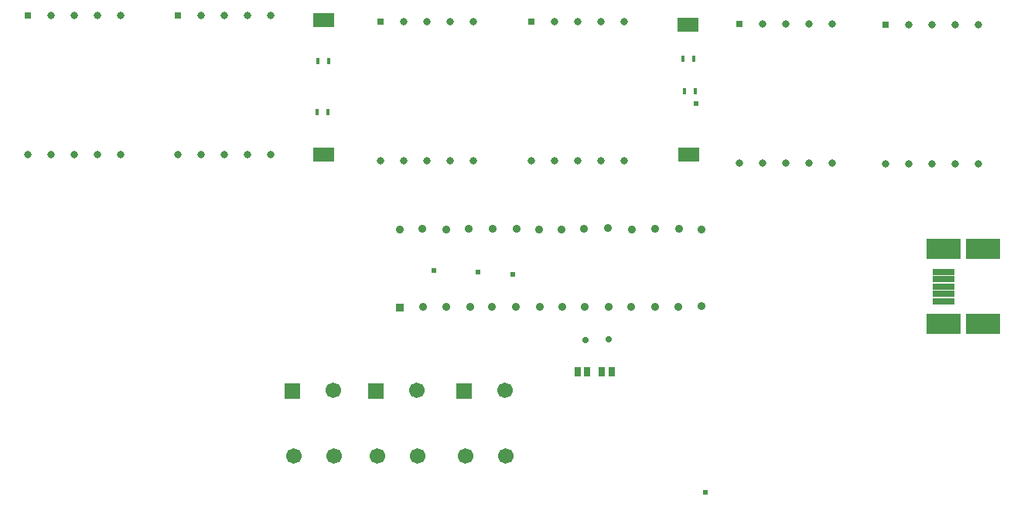
<source format=gts>
G04*
G04 #@! TF.GenerationSoftware,Altium Limited,Altium Designer,21.0.9 (235)*
G04*
G04 Layer_Color=8388736*
%FSLAX25Y25*%
%MOIN*%
G70*
G04*
G04 #@! TF.SameCoordinates,50ADF09E-C92B-48F0-A8A5-EF6B86B84264*
G04*
G04*
G04 #@! TF.FilePolarity,Negative*
G04*
G01*
G75*
%ADD21R,0.09658X0.02769*%
%ADD22R,0.14580X0.08871*%
%ADD23R,0.01824X0.03162*%
%ADD24R,0.04737X0.06115*%
%ADD25R,0.02769X0.04343*%
%ADD26C,0.06698*%
%ADD27R,0.06698X0.06698*%
%ADD28C,0.03162*%
%ADD29R,0.03162X0.03162*%
%ADD30C,0.03556*%
%ADD31R,0.03556X0.03556*%
%ADD32C,0.02769*%
%ADD33C,0.02375*%
D21*
X517571Y363441D02*
D03*
Y360291D02*
D03*
Y357142D02*
D03*
Y353992D02*
D03*
Y350842D02*
D03*
D22*
X534500Y341000D02*
D03*
X517571Y341000D02*
D03*
X534500Y373284D02*
D03*
X517571D02*
D03*
D23*
X406000Y441500D02*
D03*
X410724D02*
D03*
X410059Y455295D02*
D03*
X405335D02*
D03*
X252559Y454295D02*
D03*
X247835D02*
D03*
X252224Y432500D02*
D03*
X247500D02*
D03*
D24*
X405669Y414000D02*
D03*
X410000D02*
D03*
X405335Y470000D02*
D03*
X409665D02*
D03*
X252500Y472000D02*
D03*
X248169D02*
D03*
X252665Y414000D02*
D03*
X248335D02*
D03*
D25*
X364000Y320500D02*
D03*
X359866D02*
D03*
X370366D02*
D03*
X374500D02*
D03*
D26*
X291000Y284000D02*
D03*
X290500Y312500D02*
D03*
X273500Y284000D02*
D03*
X329000D02*
D03*
X328500Y312500D02*
D03*
X311500Y284000D02*
D03*
X237500D02*
D03*
X254500Y312500D02*
D03*
X255000Y284000D02*
D03*
D27*
X273000Y312000D02*
D03*
X311000D02*
D03*
X237000D02*
D03*
D28*
X522500Y410000D02*
D03*
X512500D02*
D03*
X502500D02*
D03*
X492500D02*
D03*
X532500Y470000D02*
D03*
X522500D02*
D03*
X512500D02*
D03*
X532500Y410000D02*
D03*
X502539Y470000D02*
D03*
X439539Y470500D02*
D03*
X469500Y410500D02*
D03*
X449500Y470500D02*
D03*
X459500D02*
D03*
X469500D02*
D03*
X429500Y410500D02*
D03*
X439500D02*
D03*
X449500D02*
D03*
X459500D02*
D03*
X350039Y471500D02*
D03*
X380000Y411500D02*
D03*
X360000Y471500D02*
D03*
X370000D02*
D03*
X380000D02*
D03*
X340000Y411500D02*
D03*
X350000D02*
D03*
X360000D02*
D03*
X370000D02*
D03*
X217500Y414000D02*
D03*
X207500D02*
D03*
X197500D02*
D03*
X187500D02*
D03*
X227500Y474000D02*
D03*
X217500D02*
D03*
X207500D02*
D03*
X227500Y414000D02*
D03*
X197539Y474000D02*
D03*
X153000Y414000D02*
D03*
X143000D02*
D03*
X133000D02*
D03*
X123000D02*
D03*
X163000Y474000D02*
D03*
X153000D02*
D03*
X143000D02*
D03*
X163000Y414000D02*
D03*
X133039Y474000D02*
D03*
X305000Y411500D02*
D03*
X295000D02*
D03*
X285000D02*
D03*
X275000D02*
D03*
X315000Y471500D02*
D03*
X305000D02*
D03*
X295000D02*
D03*
X315000Y411500D02*
D03*
X285039Y471500D02*
D03*
D29*
X492500Y470000D02*
D03*
X429500Y470500D02*
D03*
X340000Y471500D02*
D03*
X187500Y474000D02*
D03*
X123000D02*
D03*
X275000Y471500D02*
D03*
D30*
X293008Y381965D02*
D03*
X283165Y381748D02*
D03*
X413087Y348697D02*
D03*
X403342Y348500D02*
D03*
X393402Y348598D02*
D03*
X383067Y348500D02*
D03*
X373323Y348598D02*
D03*
X362772Y348402D02*
D03*
X353343D02*
D03*
X343500Y348500D02*
D03*
X322929Y348303D02*
D03*
X313480Y348500D02*
D03*
X303244Y348402D02*
D03*
X293106Y348303D02*
D03*
X333165Y348598D02*
D03*
X413185Y381866D02*
D03*
X403441Y382161D02*
D03*
X393402Y381965D02*
D03*
X383165Y381669D02*
D03*
X372929Y382358D02*
D03*
X362693Y381965D02*
D03*
X352850Y381866D02*
D03*
X343106Y381669D02*
D03*
X333461Y382260D02*
D03*
X323323D02*
D03*
X312890Y382063D02*
D03*
X303343Y381866D02*
D03*
D31*
X283264Y348205D02*
D03*
D32*
X373217Y334362D02*
D03*
X363276Y334264D02*
D03*
D33*
X410931Y436069D02*
D03*
X317000Y363500D02*
D03*
X298000Y364000D02*
D03*
X332000Y362500D02*
D03*
X415000Y268500D02*
D03*
M02*

</source>
